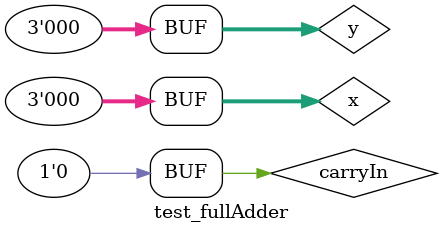
<source format=v>



module fullAdder (output s, output carryOut,input a, input b,input carryIn);

wire  p,q,w;

xor (p, a, b);
and (q, a,b);
xor (s, p, carryIn);
and (w, p, carryIn);

or  (carryOut, q,w);


endmodule

module fullAdder2 (output [2:0] soma, output  carryOut, input [2:0] a, input [2:0] b,input carryIn );

wire  c3, p, q;

          fullAdder  A (soma[0], p, a[0], b[0], carryIn);
	  fullAdder  B (soma[1], q, a[1], b[1], p);
	  fullAdder  C (soma[2], carryOut, a[2], b[2], q);

endmodule

module test_fullAdder;
// ------------------------- definir dados
reg [2:0] x;
reg [2:0] y;
reg carryIn;
wire carryOut;
wire [2:0] soma;

fullAdder2 fa1(soma, carryOut, x, y, carryIn);

// ------------------------- parte principal
	initial begin
		$display("Exemplo0021 - Thais Mairink - 441710");
		$display("Test ALU's full adder");
		
		#1 x = 3'b000; y = 3'b000; carryIn = 0;
		
		$monitor ("%b + %b = %b  " ,x , y, soma);
		#1 x = 3'b000; y = 3'b001;
		#1 x = 3'b001; y = 3'b000;
		#1 x = 3'b001; y = 3'b001;
		#1 x = 3'b001; y = 3'b011;
		#1 x = 3'b000; y = 3'b000;
		#1 x = 3'b011; y = 3'b110;
		#1 x = 3'b000; y = 3'b000;
		#1 x = 3'b000; y = 3'b000; 
	end
		
	endmodule // test_fullAdder
</source>
